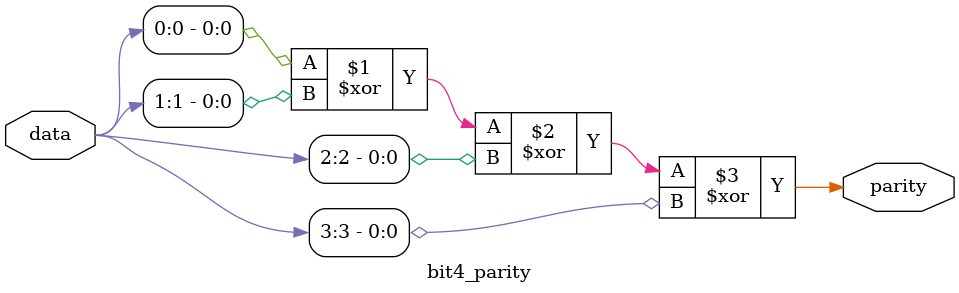
<source format=v>
module bit4_parity(
 input [3:0] data,
output parity
);

assign parity = data[0]^data[1]^data[2]^data[3];

endmodule

</source>
